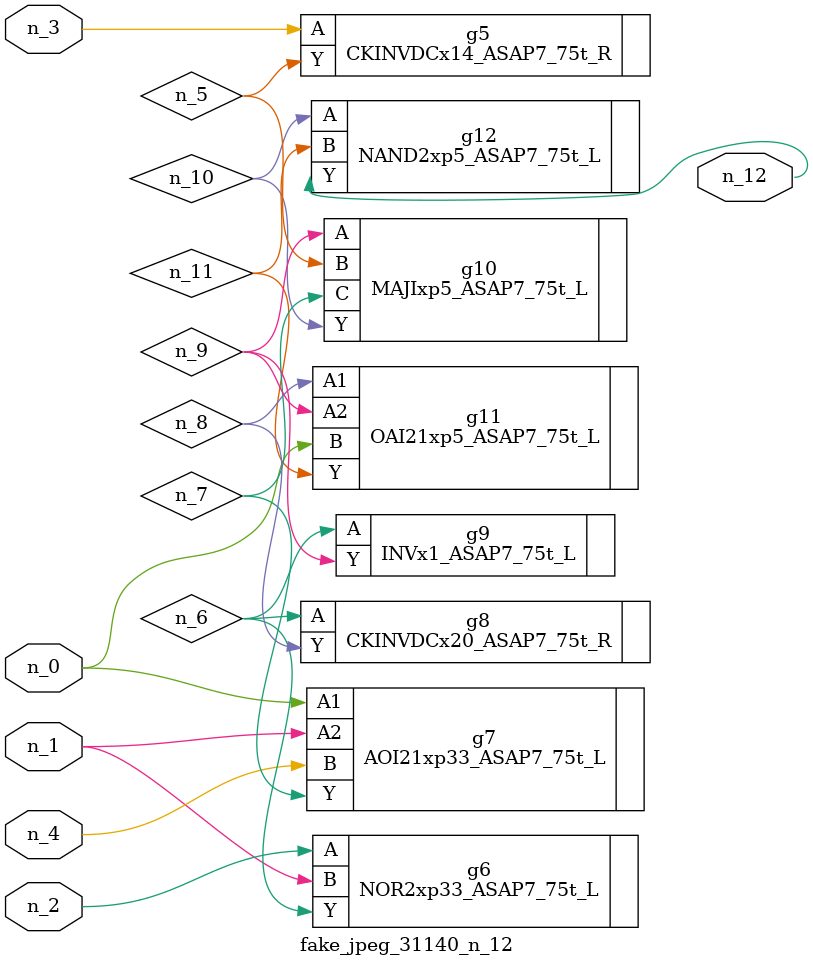
<source format=v>
module fake_jpeg_31140_n_12 (n_3, n_2, n_1, n_0, n_4, n_12);

input n_3;
input n_2;
input n_1;
input n_0;
input n_4;

output n_12;

wire n_11;
wire n_10;
wire n_8;
wire n_9;
wire n_6;
wire n_5;
wire n_7;

CKINVDCx14_ASAP7_75t_R g5 ( 
.A(n_3),
.Y(n_5)
);

NOR2xp33_ASAP7_75t_L g6 ( 
.A(n_2),
.B(n_1),
.Y(n_6)
);

AOI21xp33_ASAP7_75t_L g7 ( 
.A1(n_0),
.A2(n_1),
.B(n_4),
.Y(n_7)
);

CKINVDCx20_ASAP7_75t_R g8 ( 
.A(n_6),
.Y(n_8)
);

OAI21xp5_ASAP7_75t_L g11 ( 
.A1(n_8),
.A2(n_9),
.B(n_0),
.Y(n_11)
);

INVx1_ASAP7_75t_L g9 ( 
.A(n_6),
.Y(n_9)
);

MAJIxp5_ASAP7_75t_L g10 ( 
.A(n_9),
.B(n_5),
.C(n_7),
.Y(n_10)
);

NAND2xp5_ASAP7_75t_L g12 ( 
.A(n_10),
.B(n_11),
.Y(n_12)
);


endmodule
</source>
